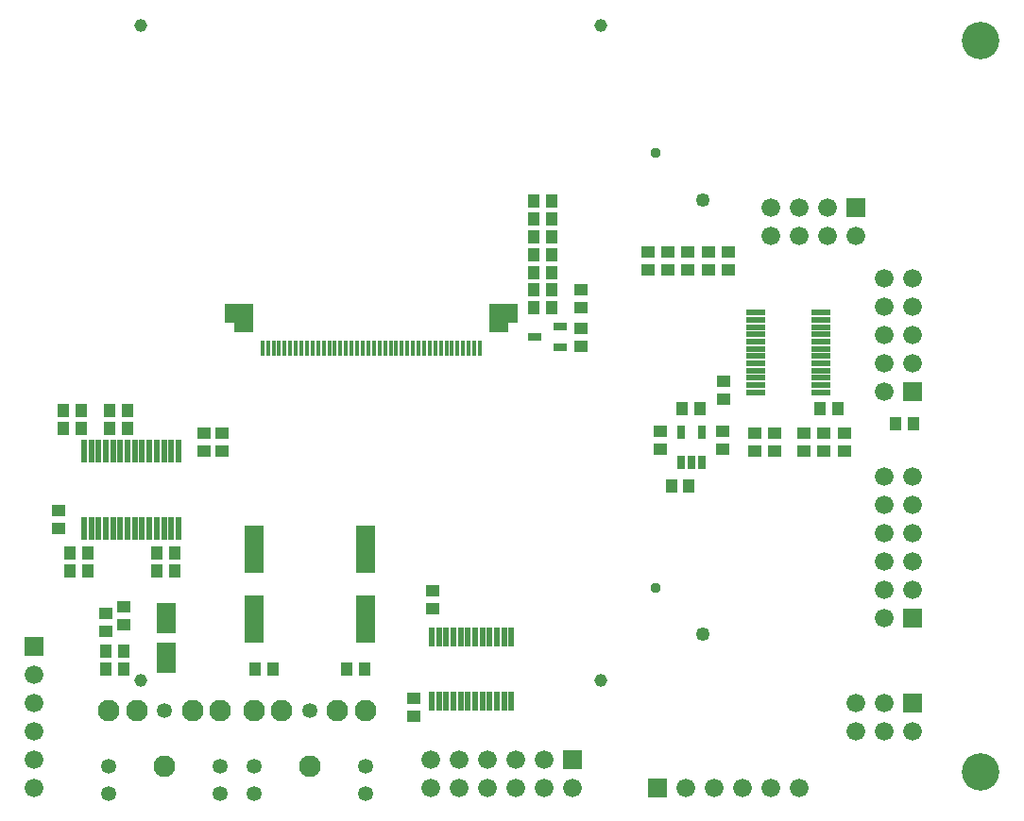
<source format=gts>
G04 (created by PCBNEW (2013-mar-13)-testing) date Wed 03 Jul 2013 03:21:25 PM PDT*
%MOIN*%
G04 Gerber Fmt 3.4, Leading zero omitted, Abs format*
%FSLAX34Y34*%
G01*
G70*
G90*
G04 APERTURE LIST*
%ADD10C,0.008000*%
%ADD11C,0.037496*%
%ADD12C,0.049307*%
%ADD13R,0.045400X0.041400*%
%ADD14R,0.041400X0.045400*%
%ADD15R,0.045400X0.043400*%
%ADD16R,0.043400X0.045400*%
%ADD17C,0.076900*%
%ADD18C,0.053200*%
%ADD19R,0.069000X0.169400*%
%ADD20R,0.069000X0.106400*%
%ADD21R,0.023717X0.065055*%
%ADD22R,0.065055X0.023717*%
%ADD23R,0.023700X0.078800*%
%ADD24R,0.029600X0.049300*%
%ADD25R,0.047339X0.029622*%
%ADD26R,0.066000X0.066000*%
%ADD27C,0.066000*%
%ADD28C,0.132000*%
%ADD29R,0.017811X0.053244*%
%ADD30R,0.068992X0.037496*%
%ADD31R,0.100488X0.068992*%
%ADD32C,0.045370*%
G04 APERTURE END LIST*
G54D10*
G54D11*
X75000Y-45787D03*
G54D12*
X76653Y-47440D03*
G54D11*
X75000Y-30433D03*
G54D12*
X76653Y-32086D03*
G54D13*
X81653Y-40944D03*
X81653Y-40314D03*
X80944Y-40944D03*
X80944Y-40314D03*
X80236Y-40944D03*
X80236Y-40314D03*
X77559Y-33936D03*
X77559Y-34566D03*
X76850Y-33936D03*
X76850Y-34566D03*
X74724Y-33936D03*
X74724Y-34566D03*
X79212Y-40314D03*
X79212Y-40944D03*
X78503Y-40314D03*
X78503Y-40944D03*
X76141Y-34566D03*
X76141Y-33936D03*
X75433Y-34566D03*
X75433Y-33936D03*
X72362Y-36614D03*
X72362Y-37244D03*
X72362Y-35275D03*
X72362Y-35905D03*
G54D14*
X83464Y-40000D03*
X84094Y-40000D03*
G54D15*
X67125Y-46535D03*
X67125Y-45905D03*
X77401Y-39133D03*
X77401Y-38503D03*
X66456Y-49685D03*
X66456Y-50315D03*
G54D16*
X80787Y-39448D03*
X81417Y-39448D03*
X54960Y-45196D03*
X54330Y-45196D03*
X58031Y-45196D03*
X57401Y-45196D03*
X54960Y-44566D03*
X54330Y-44566D03*
X54724Y-39527D03*
X54094Y-39527D03*
X56377Y-39527D03*
X55747Y-39527D03*
G54D15*
X59685Y-40944D03*
X59685Y-40314D03*
G54D16*
X58031Y-44566D03*
X57401Y-44566D03*
X54724Y-40157D03*
X54094Y-40157D03*
X56377Y-40157D03*
X55747Y-40157D03*
G54D15*
X59055Y-40944D03*
X59055Y-40314D03*
G54D17*
X60826Y-50117D03*
X64764Y-50117D03*
X62795Y-52086D03*
G54D18*
X62795Y-50117D03*
X60826Y-52086D03*
X64764Y-52086D03*
X60826Y-53070D03*
X64764Y-53070D03*
G54D17*
X63779Y-50117D03*
X61811Y-50117D03*
X55708Y-50117D03*
X59646Y-50117D03*
X57677Y-52086D03*
G54D18*
X57677Y-50117D03*
X55708Y-52086D03*
X59646Y-52086D03*
X55708Y-53070D03*
X59646Y-53070D03*
G54D17*
X58661Y-50117D03*
X56693Y-50117D03*
G54D13*
X53937Y-43070D03*
X53937Y-43700D03*
G54D14*
X61496Y-48661D03*
X60866Y-48661D03*
X64724Y-48661D03*
X64094Y-48661D03*
G54D13*
X56220Y-47086D03*
X56220Y-46456D03*
G54D14*
X55590Y-48661D03*
X56220Y-48661D03*
G54D13*
X55590Y-47322D03*
X55590Y-46692D03*
G54D19*
X60826Y-44429D03*
X60826Y-46909D03*
X64763Y-44429D03*
X64763Y-46909D03*
G54D20*
X57716Y-46870D03*
X57716Y-48248D03*
G54D16*
X56220Y-48031D03*
X55590Y-48031D03*
G54D21*
X67096Y-49803D03*
X67352Y-49803D03*
X67608Y-49803D03*
X67864Y-49803D03*
X68120Y-49803D03*
X68375Y-49803D03*
X68631Y-49803D03*
X68887Y-49803D03*
X69143Y-49803D03*
X69399Y-49803D03*
X69655Y-49803D03*
X69911Y-49803D03*
X69911Y-47519D03*
X69655Y-47519D03*
X69399Y-47519D03*
X69143Y-47519D03*
X68887Y-47519D03*
X68631Y-47519D03*
X68375Y-47519D03*
X68120Y-47519D03*
X67864Y-47519D03*
X67608Y-47519D03*
X67352Y-47519D03*
X67096Y-47519D03*
G54D14*
X70708Y-33385D03*
X71338Y-33385D03*
X70708Y-32755D03*
X71338Y-32755D03*
X70708Y-32125D03*
X71338Y-32125D03*
X71338Y-35905D03*
X70708Y-35905D03*
X71338Y-35275D03*
X70708Y-35275D03*
X71338Y-34645D03*
X70708Y-34645D03*
X71338Y-34015D03*
X70708Y-34015D03*
G54D22*
X80826Y-38887D03*
X80826Y-38631D03*
X80826Y-38375D03*
X80826Y-38120D03*
X80826Y-37864D03*
X80826Y-37608D03*
X80826Y-37352D03*
X80826Y-37096D03*
X80826Y-36840D03*
X80826Y-36584D03*
X80826Y-36328D03*
X80826Y-36072D03*
X78543Y-36072D03*
X78543Y-36328D03*
X78543Y-36584D03*
X78543Y-36840D03*
X78543Y-37096D03*
X78543Y-37352D03*
X78543Y-37608D03*
X78543Y-37864D03*
X78543Y-38120D03*
X78543Y-38375D03*
X78543Y-38631D03*
X78543Y-38887D03*
G54D23*
X58159Y-40944D03*
X57903Y-40944D03*
X57648Y-40944D03*
X57392Y-40944D03*
X57136Y-40944D03*
X56880Y-40944D03*
X56624Y-40944D03*
X56368Y-40944D03*
X56112Y-40944D03*
X55856Y-40944D03*
X55600Y-40944D03*
X55344Y-40944D03*
X55089Y-40944D03*
X54833Y-40944D03*
X54833Y-43700D03*
X55089Y-43700D03*
X55344Y-43700D03*
X55600Y-43700D03*
X55856Y-43700D03*
X56112Y-43700D03*
X56368Y-43700D03*
X56624Y-43700D03*
X56880Y-43700D03*
X57136Y-43700D03*
X57392Y-43700D03*
X57648Y-43700D03*
X57903Y-43700D03*
X58159Y-43700D03*
G54D16*
X75551Y-42204D03*
X76181Y-42204D03*
G54D15*
X75157Y-40275D03*
X75157Y-40905D03*
G54D13*
X77362Y-40905D03*
X77362Y-40275D03*
G54D14*
X76574Y-39448D03*
X75944Y-39448D03*
G54D24*
X75885Y-41357D03*
X76259Y-41357D03*
X76633Y-41357D03*
X76633Y-40295D03*
X75885Y-40295D03*
G54D25*
X71633Y-37303D03*
X71633Y-36555D03*
X70728Y-36929D03*
G54D26*
X84055Y-38870D03*
G54D27*
X83055Y-38870D03*
X84055Y-37870D03*
X83055Y-37870D03*
X84055Y-36870D03*
X83055Y-36870D03*
X84055Y-35870D03*
X83055Y-35870D03*
X84055Y-34870D03*
X83055Y-34870D03*
G54D26*
X82055Y-32370D03*
G54D27*
X82055Y-33370D03*
X81055Y-32370D03*
X81055Y-33370D03*
X80055Y-32370D03*
X80055Y-33370D03*
X79055Y-32370D03*
X79055Y-33370D03*
G54D26*
X84055Y-46870D03*
G54D27*
X83055Y-46870D03*
X84055Y-45870D03*
X83055Y-45870D03*
X84055Y-44870D03*
X83055Y-44870D03*
X84055Y-43870D03*
X83055Y-43870D03*
X84055Y-42870D03*
X83055Y-42870D03*
X84055Y-41870D03*
X83055Y-41870D03*
G54D26*
X84055Y-49870D03*
G54D27*
X84055Y-50870D03*
X83055Y-49870D03*
X83055Y-50870D03*
X82055Y-49870D03*
X82055Y-50870D03*
G54D26*
X75055Y-52870D03*
G54D27*
X76055Y-52870D03*
X77055Y-52870D03*
X78055Y-52870D03*
X79055Y-52870D03*
X80055Y-52870D03*
G54D26*
X72055Y-51870D03*
G54D27*
X72055Y-52870D03*
X71055Y-51870D03*
X71055Y-52870D03*
X70055Y-51870D03*
X70055Y-52870D03*
X69055Y-51870D03*
X69055Y-52870D03*
X68055Y-51870D03*
X68055Y-52870D03*
X67055Y-51870D03*
X67055Y-52870D03*
G54D26*
X53055Y-47870D03*
G54D27*
X53055Y-48870D03*
X53055Y-49870D03*
X53055Y-50870D03*
X53055Y-51870D03*
X53055Y-52870D03*
G54D28*
X86480Y-52295D03*
X86480Y-26444D03*
G54D29*
X61122Y-37330D03*
X61318Y-37330D03*
X61515Y-37330D03*
X61712Y-37330D03*
X61909Y-37330D03*
X62106Y-37330D03*
X62303Y-37330D03*
X62500Y-37330D03*
X62696Y-37330D03*
X62893Y-37330D03*
X63090Y-37330D03*
X63287Y-37330D03*
X63484Y-37330D03*
X63681Y-37330D03*
X63877Y-37330D03*
X64074Y-37330D03*
X64271Y-37330D03*
X64468Y-37330D03*
X64665Y-37330D03*
X64862Y-37330D03*
X65059Y-37330D03*
X65255Y-37330D03*
X65452Y-37330D03*
X65649Y-37330D03*
X65846Y-37330D03*
X66043Y-37330D03*
X66240Y-37330D03*
X66437Y-37330D03*
X66633Y-37330D03*
X66830Y-37330D03*
X67027Y-37330D03*
X67224Y-37330D03*
X67421Y-37330D03*
X67618Y-37330D03*
X67814Y-37330D03*
X68011Y-37330D03*
X68208Y-37330D03*
X68405Y-37330D03*
X68602Y-37330D03*
X68799Y-37330D03*
G54D30*
X60452Y-36582D03*
G54D31*
X60295Y-36110D03*
X69625Y-36110D03*
G54D30*
X69468Y-36582D03*
G54D32*
X56846Y-49066D03*
X73074Y-49066D03*
X73074Y-25933D03*
X56846Y-25933D03*
M02*

</source>
